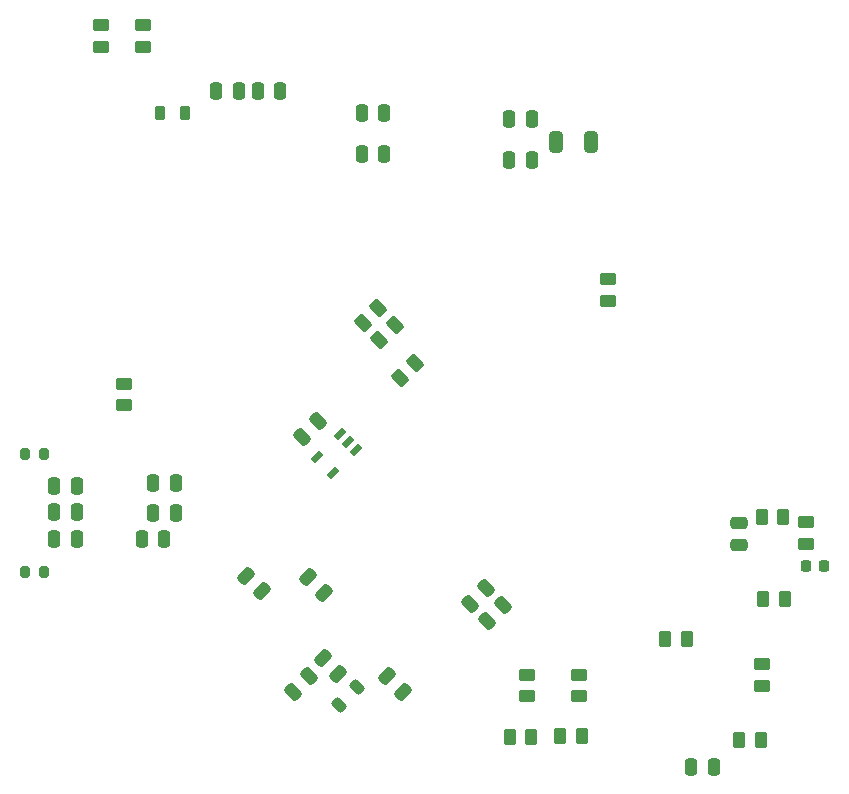
<source format=gbp>
%TF.GenerationSoftware,KiCad,Pcbnew,8.0.1*%
%TF.CreationDate,2024-04-16T19:56:43-05:00*%
%TF.ProjectId,PCB-1-2,5043422d-312d-4322-9e6b-696361645f70,rev?*%
%TF.SameCoordinates,Original*%
%TF.FileFunction,Paste,Bot*%
%TF.FilePolarity,Positive*%
%FSLAX46Y46*%
G04 Gerber Fmt 4.6, Leading zero omitted, Abs format (unit mm)*
G04 Created by KiCad (PCBNEW 8.0.1) date 2024-04-16 19:56:43*
%MOMM*%
%LPD*%
G01*
G04 APERTURE LIST*
G04 Aperture macros list*
%AMRoundRect*
0 Rectangle with rounded corners*
0 $1 Rounding radius*
0 $2 $3 $4 $5 $6 $7 $8 $9 X,Y pos of 4 corners*
0 Add a 4 corners polygon primitive as box body*
4,1,4,$2,$3,$4,$5,$6,$7,$8,$9,$2,$3,0*
0 Add four circle primitives for the rounded corners*
1,1,$1+$1,$2,$3*
1,1,$1+$1,$4,$5*
1,1,$1+$1,$6,$7*
1,1,$1+$1,$8,$9*
0 Add four rect primitives between the rounded corners*
20,1,$1+$1,$2,$3,$4,$5,0*
20,1,$1+$1,$4,$5,$6,$7,0*
20,1,$1+$1,$6,$7,$8,$9,0*
20,1,$1+$1,$8,$9,$2,$3,0*%
%AMRotRect*
0 Rectangle, with rotation*
0 The origin of the aperture is its center*
0 $1 length*
0 $2 width*
0 $3 Rotation angle, in degrees counterclockwise*
0 Add horizontal line*
21,1,$1,$2,0,0,$3*%
G04 Aperture macros list end*
%ADD10RoundRect,0.250000X-0.512652X-0.159099X-0.159099X-0.512652X0.512652X0.159099X0.159099X0.512652X0*%
%ADD11RoundRect,0.250000X-0.250000X-0.475000X0.250000X-0.475000X0.250000X0.475000X-0.250000X0.475000X0*%
%ADD12RoundRect,0.250000X-0.159099X0.512652X-0.512652X0.159099X0.159099X-0.512652X0.512652X-0.159099X0*%
%ADD13RoundRect,0.218750X0.218750X0.381250X-0.218750X0.381250X-0.218750X-0.381250X0.218750X-0.381250X0*%
%ADD14RoundRect,0.200000X0.200000X0.275000X-0.200000X0.275000X-0.200000X-0.275000X0.200000X-0.275000X0*%
%ADD15RoundRect,0.250000X-0.262500X-0.450000X0.262500X-0.450000X0.262500X0.450000X-0.262500X0.450000X0*%
%ADD16RoundRect,0.250000X0.262500X0.450000X-0.262500X0.450000X-0.262500X-0.450000X0.262500X-0.450000X0*%
%ADD17RoundRect,0.250000X0.475000X-0.250000X0.475000X0.250000X-0.475000X0.250000X-0.475000X-0.250000X0*%
%ADD18RoundRect,0.250000X-0.325000X-0.650000X0.325000X-0.650000X0.325000X0.650000X-0.325000X0.650000X0*%
%ADD19RoundRect,0.250000X0.250000X0.475000X-0.250000X0.475000X-0.250000X-0.475000X0.250000X-0.475000X0*%
%ADD20RoundRect,0.218750X0.114905X-0.424264X0.424264X-0.114905X-0.114905X0.424264X-0.424264X0.114905X0*%
%ADD21RoundRect,0.250000X-0.450000X0.262500X-0.450000X-0.262500X0.450000X-0.262500X0.450000X0.262500X0*%
%ADD22RoundRect,0.200000X-0.200000X-0.275000X0.200000X-0.275000X0.200000X0.275000X-0.200000X0.275000X0*%
%ADD23RoundRect,0.250000X0.450000X-0.262500X0.450000X0.262500X-0.450000X0.262500X-0.450000X-0.262500X0*%
%ADD24RoundRect,0.250000X0.512652X0.159099X0.159099X0.512652X-0.512652X-0.159099X-0.159099X-0.512652X0*%
%ADD25RoundRect,0.250000X-0.132583X0.503814X-0.503814X0.132583X0.132583X-0.503814X0.503814X-0.132583X0*%
%ADD26RotRect,0.977900X0.508000X225.000000*%
%ADD27RoundRect,0.225000X0.225000X0.250000X-0.225000X0.250000X-0.225000X-0.250000X0.225000X-0.250000X0*%
G04 APERTURE END LIST*
D10*
X89328249Y-114328249D03*
X90671751Y-115671751D03*
X82828249Y-107328249D03*
X84171751Y-108671751D03*
D11*
X120550001Y-123500001D03*
X122449999Y-123500001D03*
D12*
X103161124Y-108393001D03*
X101817622Y-109736503D03*
D13*
X77671152Y-68147111D03*
X75546152Y-68147111D03*
D12*
X88171751Y-115828249D03*
X86828249Y-117171751D03*
D14*
X65785000Y-106999999D03*
X64135000Y-106999999D03*
D15*
X124612501Y-121283849D03*
X126437501Y-121283849D03*
D16*
X107000000Y-121000000D03*
X105175000Y-121000000D03*
D17*
X124568262Y-104780646D03*
X124568262Y-102880648D03*
D11*
X75010001Y-99499999D03*
X76909999Y-99499999D03*
D18*
X109133652Y-70647111D03*
X112083652Y-70647111D03*
D11*
X83838726Y-66319041D03*
X85738726Y-66319041D03*
D19*
X82219550Y-66308009D03*
X80319550Y-66308009D03*
D20*
X90748699Y-118251301D03*
X92251301Y-116748699D03*
D21*
X72500000Y-91087499D03*
X72500000Y-92912499D03*
D22*
X64135000Y-96999999D03*
X65785000Y-96999999D03*
D21*
X111009050Y-115713083D03*
X111009050Y-117538083D03*
D19*
X94558652Y-71647111D03*
X92658652Y-71647111D03*
D21*
X106641964Y-115742239D03*
X106641964Y-117567239D03*
D11*
X105158652Y-68647111D03*
X107058652Y-68647111D03*
D16*
X128342938Y-102336130D03*
X126517938Y-102336130D03*
D19*
X68523077Y-104206514D03*
X66623079Y-104206514D03*
D15*
X126638343Y-109302543D03*
X128463343Y-109302543D03*
D23*
X74108652Y-62559611D03*
X74108652Y-60734611D03*
D24*
X89483626Y-108801434D03*
X88140124Y-107457932D03*
D25*
X94025126Y-84696699D03*
X92734656Y-85987169D03*
D11*
X105158652Y-72147111D03*
X107058652Y-72147111D03*
X74010001Y-104272071D03*
X75909999Y-104272071D03*
D16*
X111267205Y-120909499D03*
X109442205Y-120909499D03*
D21*
X126525001Y-114831646D03*
X126525001Y-116656646D03*
X113510003Y-82253570D03*
X113510003Y-84078570D03*
D23*
X130251246Y-104657926D03*
X130251246Y-102832926D03*
X70608652Y-62559611D03*
X70608652Y-60734611D03*
D12*
X104619881Y-109857034D03*
X103276379Y-111200536D03*
D26*
X90793625Y-95362870D03*
X91465378Y-96034622D03*
X92137130Y-96706375D03*
X90206375Y-98637130D03*
X88862870Y-97293625D03*
D19*
X94558652Y-68147111D03*
X92658652Y-68147111D03*
X68523077Y-101982233D03*
X66623079Y-101982233D03*
D12*
X88919794Y-94266856D03*
X87576292Y-95610358D03*
D25*
X95439340Y-86110913D03*
X94148870Y-87401383D03*
D10*
X94828249Y-115828249D03*
X96171751Y-117171751D03*
D27*
X131775000Y-106500000D03*
X130225000Y-106500000D03*
D25*
X97145235Y-89354765D03*
X95854765Y-90645235D03*
D16*
X120188970Y-112731966D03*
X118363970Y-112731966D03*
D19*
X68523077Y-99706514D03*
X66623079Y-99706514D03*
D11*
X75010001Y-101999999D03*
X76909999Y-101999999D03*
M02*

</source>
